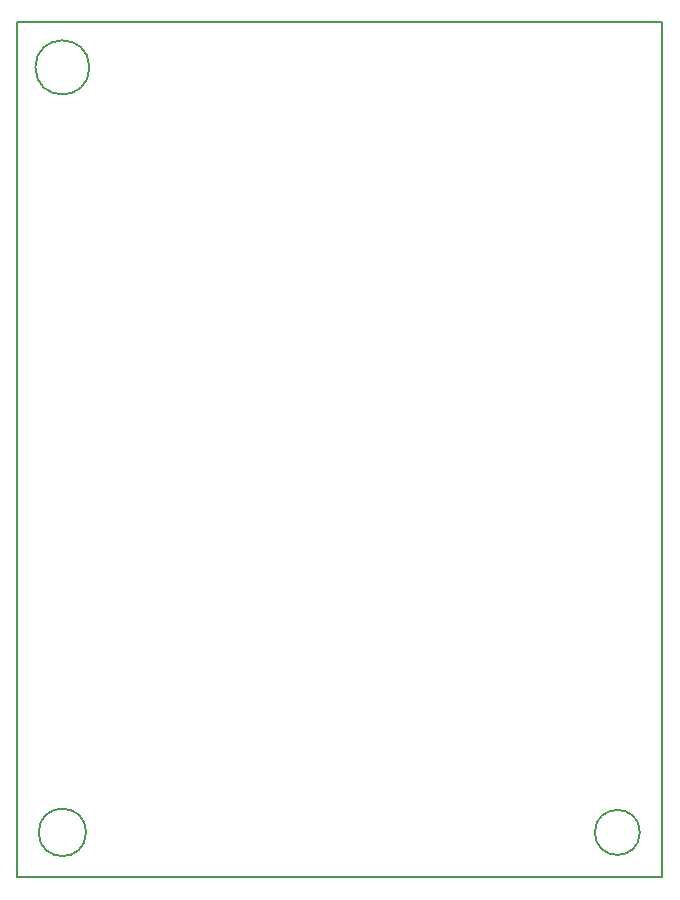
<source format=gbr>
G04 #@! TF.GenerationSoftware,KiCad,Pcbnew,(5.0.2-5-10.14)*
G04 #@! TF.CreationDate,2019-10-07T17:27:23-04:00*
G04 #@! TF.ProjectId,mobo,6d6f626f-2e6b-4696-9361-645f70636258,rev?*
G04 #@! TF.SameCoordinates,Original*
G04 #@! TF.FileFunction,Profile,NP*
%FSLAX46Y46*%
G04 Gerber Fmt 4.6, Leading zero omitted, Abs format (unit mm)*
G04 Created by KiCad (PCBNEW (5.0.2-5-10.14)) date Monday, October 07, 2019 at 05:27:23 PM*
%MOMM*%
%LPD*%
G01*
G04 APERTURE LIST*
%ADD10C,0.150000*%
%ADD11C,0.200000*%
G04 APERTURE END LIST*
D10*
X172469525Y-27940000D02*
G75*
G03X172469525Y-27940000I-2289525J0D01*
G01*
X172188046Y-92710000D02*
G75*
G03X172188046Y-92710000I-2008046J0D01*
G01*
X219075000Y-92710000D02*
G75*
G03X219075000Y-92710000I-1905000J0D01*
G01*
D11*
X166370000Y-24130000D02*
X220980000Y-24130000D01*
X166370000Y-96520000D02*
X166370000Y-24130000D01*
X167640000Y-96520000D02*
X166370000Y-96520000D01*
X220980000Y-96520000D02*
X167640000Y-96520000D01*
X220980000Y-24130000D02*
X220980000Y-96520000D01*
M02*

</source>
